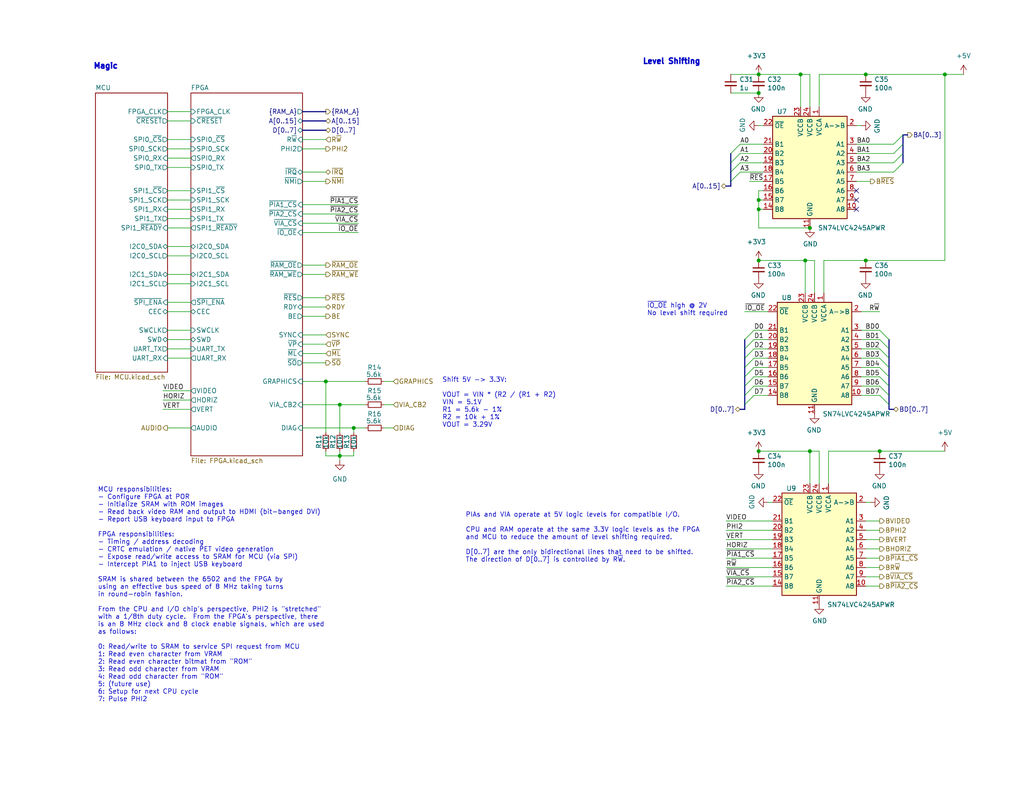
<source format=kicad_sch>
(kicad_sch (version 20211123) (generator eeschema)
  (paper "A")
  (title_block (title "EconoPET 40/8096") (date "2023-10-01") (rev "A"))
  (lib_symbols
    (symbol "Device:C_Small" (pin_numbers hide) (pin_names (offset 0.254) hide)
      (property "Reference" "C" (at 0.254 1.778 0))
      (property "Value" "C_Small" (at 0.254 -2.032 0))
      (symbol "C_Small_0_1"
        (polyline (pts (xy -1.524 -0.508) (xy 1.524 -0.508)) (stroke (width 0.3302)))
        (polyline (pts (xy -1.524 0.508) (xy 1.524 0.508)) (stroke (width 0.3048)))
      )
      (symbol "C_Small_1_1"
        (pin passive line (at 0 2.54 270) (length 2.032) (name "~") (number "1"))
        (pin passive line (at 0 -2.54 90) (length 2.032) (name "~") (number "2"))
      )
    )
    (symbol "Device:R_Small" (pin_numbers hide) (pin_names (offset 0.254) hide)
      (property "Reference" "R" (at 0.762 0.508 0))
      (property "Value" "R_Small" (at 0.762 -1.016 0))
      (symbol "R_Small_0_1"
        (rectangle (start -0.762 1.778) (end 0.762 -1.778) (stroke (width 0.2032)))
      )
      (symbol "R_Small_1_1"
        (pin passive line (at 0 2.54 270) (length 0.762) (name "~") (number "1"))
        (pin passive line (at 0 -2.54 90) (length 0.762) (name "~") (number "2"))
      )
    )
    (symbol "Mainboard-rescue:SN74LVC8T245-PET"
      (property "Reference" "U" (at -8.89 13.97 0))
      (property "Value" "SN74LVC8T245-PET" (at 12.7 13.97 0))
      (symbol "SN74LVC8T245-PET_0_1"
        (rectangle (start -10.16 12.7) (end 10.16 -15.24) (stroke (width 0.254)) (fill (type background)))
      )
      (symbol "SN74LVC8T245-PET_1_1"
        (pin power_in line (at -2.54 15.24 270) (length 2.54) (name "VCCA") (number "1"))
        (pin bidirectional line (at -12.7 -12.7 0) (length 2.54) (name "A8") (number "10"))
        (pin power_in line (at 0 -17.78 90) (length 2.54) (name "GND") (number "11"))
        (pin passive line (at 0 -17.78 90) (length 2.54) hide (name "GND") (number "12"))
        (pin passive line (at 0 -17.78 90) (length 2.54) hide (name "GND") (number "13"))
        (pin bidirectional line (at 12.7 -12.7 180) (length 2.54) (name "B8") (number "14"))
        (pin bidirectional line (at 12.7 -10.16 180) (length 2.54) (name "B7") (number "15"))
        (pin bidirectional line (at 12.7 -7.62 180) (length 2.54) (name "B6") (number "16"))
        (pin bidirectional line (at 12.7 -5.08 180) (length 2.54) (name "B5") (number "17"))
        (pin bidirectional line (at 12.7 -2.54 180) (length 2.54) (name "B4") (number "18"))
        (pin bidirectional line (at 12.7 0 180) (length 2.54) (name "B3") (number "19"))
        (pin input line (at -12.7 10.16 0) (length 2.54) (name "A->B") (number "2"))
        (pin bidirectional line (at 12.7 2.54 180) (length 2.54) (name "B2") (number "20"))
        (pin bidirectional line (at 12.7 5.08 180) (length 2.54) (name "B1") (number "21"))
        (pin input line (at 12.7 10.16 180) (length 2.54) (name "~{OE}") (number "22"))
        (pin power_in line (at 2.54 15.24 270) (length 2.54) (name "VCCB") (number "23"))
        (pin power_in line (at 0 15.24 270) (length 2.54) (name "VCCB") (number "24"))
        (pin bidirectional line (at -12.7 5.08 0) (length 2.54) (name "A1") (number "3"))
        (pin bidirectional line (at -12.7 2.54 0) (length 2.54) (name "A2") (number "4"))
        (pin bidirectional line (at -12.7 0 0) (length 2.54) (name "A3") (number "5"))
        (pin bidirectional line (at -12.7 -2.54 0) (length 2.54) (name "A4") (number "6"))
        (pin bidirectional line (at -12.7 -5.08 0) (length 2.54) (name "A5") (number "7"))
        (pin bidirectional line (at -12.7 -7.62 0) (length 2.54) (name "A6") (number "8"))
        (pin bidirectional line (at -12.7 -10.16 0) (length 2.54) (name "A7") (number "9"))
      )
    )
    (symbol "power:+3V3" (power) (pin_names (offset 0))
      (property "Value" "+3V3" (at 0 3.556 0))
      (symbol "+3V3_0_1"
        (polyline (pts (xy -0.762 1.27) (xy 0 2.54)))
        (polyline (pts (xy 0 0) (xy 0 2.54)))
        (polyline (pts (xy 0 2.54) (xy 0.762 1.27)))
      )
      (symbol "+3V3_1_1"
        (pin power_in line (at 0 0 90) (length 0) hide (name "+3V3") (number "1"))
      )
    )
    (symbol "power:+5V" (power) (pin_names (offset 0))
      (property "Value" "+5V" (at 0 3.556 0))
      (symbol "+5V_0_1"
        (polyline (pts (xy -0.762 1.27) (xy 0 2.54)))
        (polyline (pts (xy 0 0) (xy 0 2.54)))
        (polyline (pts (xy 0 2.54) (xy 0.762 1.27)))
      )
      (symbol "+5V_1_1"
        (pin power_in line (at 0 0 90) (length 0) hide (name "+5V") (number "1"))
      )
    )
    (symbol "power:GND" (power) (pin_names (offset 0))
      (property "Value" "GND" (at 0 -3.81 0))
      (symbol "GND_0_1"
        (polyline (pts (xy 0 0) (xy 0 -1.27) (xy 1.27 -1.27) (xy 0 -2.54) (xy -1.27 -1.27) (xy 0 -1.27)))
      )
      (symbol "GND_1_1"
        (pin power_in line (at 0 0 270) (length 0) hide (name "GND") (number "1"))
      )
    )
  )
  (junction (at 218.44 20.32))
  (junction (at 207.01 57.15))
  (junction (at 220.98 62.23))
  (junction (at 92.71 124.46))
  (junction (at 207.01 71.12))
  (junction (at 88.9 104.14))
  (junction (at 207.01 20.32))
  (junction (at 236.22 20.32))
  (junction (at 92.71 110.49))
  (junction (at 96.52 116.84))
  (junction (at 219.71 71.12))
  (junction (at 207.01 123.19))
  (junction (at 257.81 20.32))
  (junction (at 220.98 123.19))
  (junction (at 207.01 54.61))
  (junction (at 236.22 71.12))
  (junction (at 240.03 123.19))
  (junction (at 207.01 25.4))
  (no_connect (at 233.68 52.07))
  (no_connect (at 233.68 54.61))
  (no_connect (at 233.68 57.15))
  (bus_entry (at 240.03 90.17) (size 2.54 2.54))
  (bus_entry (at 205.74 102.87) (size -2.54 2.54))
  (bus_entry (at 243.84 39.37) (size 2.54 -2.54))
  (bus_entry (at 240.03 97.79) (size 2.54 2.54))
  (bus_entry (at 240.03 92.71) (size 2.54 2.54))
  (bus_entry (at 240.03 107.95) (size 2.54 2.54))
  (bus_entry (at 205.74 90.17) (size -2.54 2.54))
  (bus_entry (at 201.93 44.45) (size -2.54 2.54))
  (bus_entry (at 201.93 39.37) (size -2.54 2.54))
  (bus_entry (at 205.74 100.33) (size -2.54 2.54))
  (bus_entry (at 205.74 92.71) (size -2.54 2.54))
  (bus_entry (at 243.84 46.99) (size 2.54 -2.54))
  (bus_entry (at 240.03 105.41) (size 2.54 2.54))
  (bus_entry (at 205.74 107.95) (size -2.54 2.54))
  (bus_entry (at 205.74 95.25) (size -2.54 2.54))
  (bus_entry (at 243.84 44.45) (size 2.54 -2.54))
  (bus_entry (at 201.93 46.99) (size -2.54 2.54))
  (bus_entry (at 240.03 100.33) (size 2.54 2.54))
  (bus_entry (at 205.74 105.41) (size -2.54 2.54))
  (bus_entry (at 205.74 97.79) (size -2.54 2.54))
  (bus_entry (at 240.03 102.87) (size 2.54 2.54))
  (bus_entry (at 243.84 41.91) (size 2.54 -2.54))
  (bus_entry (at 201.93 41.91) (size -2.54 2.54))
  (bus_entry (at 240.03 95.25) (size 2.54 2.54))
  (wire (pts (xy 88.9 104.14) (xy 99.695 104.14)))
  (wire (pts (xy 198.12 157.48) (xy 210.82 157.48)))
  (bus (pts (xy 201.93 111.76) (xy 203.2 111.76)))
  (wire (pts (xy 240.03 90.17) (xy 234.95 90.17)))
  (wire (pts (xy 257.81 20.32) (xy 262.89 20.32)))
  (wire (pts (xy 45.72 95.25) (xy 52.07 95.25)))
  (wire (pts (xy 82.55 116.84) (xy 96.52 116.84)))
  (wire (pts (xy 203.2 85.09) (xy 209.55 85.09)))
  (wire (pts (xy 82.55 46.99) (xy 88.9 46.99)))
  (wire (pts (xy 209.55 137.16) (xy 210.82 137.16)))
  (wire (pts (xy 205.74 107.95) (xy 209.55 107.95)))
  (wire (pts (xy 205.74 102.87) (xy 209.55 102.87)))
  (wire (pts (xy 45.72 43.18) (xy 52.07 43.18)))
  (wire (pts (xy 226.06 123.19) (xy 226.06 132.08)))
  (wire (pts (xy 104.775 104.14) (xy 107.315 104.14)))
  (wire (pts (xy 223.52 20.32) (xy 236.22 20.32)))
  (wire (pts (xy 82.55 91.44) (xy 88.9 91.44)))
  (wire (pts (xy 222.25 71.12) (xy 219.71 71.12)))
  (wire (pts (xy 233.68 39.37) (xy 243.84 39.37)))
  (wire (pts (xy 223.52 20.32) (xy 223.52 29.21)))
  (bus (pts (xy 203.2 92.71) (xy 203.2 95.25)))
  (bus (pts (xy 242.57 102.87) (xy 242.57 105.41)))
  (wire (pts (xy 240.03 100.33) (xy 234.95 100.33)))
  (wire (pts (xy 233.68 34.29) (xy 234.95 34.29)))
  (wire (pts (xy 82.55 49.53) (xy 88.9 49.53)))
  (wire (pts (xy 205.74 95.25) (xy 209.55 95.25)))
  (wire (pts (xy 104.775 110.49) (xy 107.315 110.49)))
  (wire (pts (xy 92.71 124.46) (xy 92.71 125.73)))
  (bus (pts (xy 203.2 105.41) (xy 203.2 107.95)))
  (wire (pts (xy 220.98 123.19) (xy 220.98 132.08)))
  (bus (pts (xy 199.39 44.45) (xy 199.39 41.91)))
  (wire (pts (xy 82.55 60.96) (xy 97.79 60.96)))
  (wire (pts (xy 218.44 20.32) (xy 218.44 29.21)))
  (wire (pts (xy 240.03 105.41) (xy 234.95 105.41)))
  (wire (pts (xy 82.55 99.06) (xy 88.9 99.06)))
  (wire (pts (xy 82.55 63.5) (xy 97.79 63.5)))
  (wire (pts (xy 198.12 154.94) (xy 210.82 154.94)))
  (wire (pts (xy 219.71 71.12) (xy 219.71 80.01)))
  (wire (pts (xy 207.01 54.61) (xy 208.28 54.61)))
  (wire (pts (xy 208.28 49.53) (xy 204.47 49.53)))
  (bus (pts (xy 199.39 49.53) (xy 199.39 50.8)))
  (wire (pts (xy 96.52 123.19) (xy 96.52 124.46)))
  (wire (pts (xy 207.01 54.61) (xy 207.01 57.15)))
  (wire (pts (xy 45.72 85.09) (xy 52.07 85.09)))
  (wire (pts (xy 45.72 67.31) (xy 52.07 67.31)))
  (wire (pts (xy 223.52 123.19) (xy 220.98 123.19)))
  (wire (pts (xy 82.55 72.39) (xy 88.9 72.39)))
  (wire (pts (xy 208.28 52.07) (xy 207.01 52.07)))
  (wire (pts (xy 208.28 39.37) (xy 201.93 39.37)))
  (bus (pts (xy 242.57 92.71) (xy 242.57 95.25)))
  (bus (pts (xy 246.38 41.91) (xy 246.38 44.45)))
  (wire (pts (xy 257.81 71.12) (xy 257.81 20.32)))
  (wire (pts (xy 205.74 100.33) (xy 209.55 100.33)))
  (wire (pts (xy 233.68 44.45) (xy 243.84 44.45)))
  (wire (pts (xy 82.55 55.88) (xy 97.79 55.88)))
  (wire (pts (xy 45.72 77.47) (xy 52.07 77.47)))
  (wire (pts (xy 201.93 46.99) (xy 208.28 46.99)))
  (wire (pts (xy 82.55 86.36) (xy 88.9 86.36)))
  (bus (pts (xy 203.2 95.25) (xy 203.2 97.79)))
  (wire (pts (xy 88.9 104.14) (xy 88.9 118.11)))
  (bus (pts (xy 242.57 105.41) (xy 242.57 107.95)))
  (wire (pts (xy 45.72 30.48) (xy 52.07 30.48)))
  (wire (pts (xy 207.01 71.12) (xy 219.71 71.12)))
  (wire (pts (xy 236.22 152.4) (xy 240.03 152.4)))
  (bus (pts (xy 203.2 102.87) (xy 203.2 105.41)))
  (wire (pts (xy 207.01 34.29) (xy 208.28 34.29)))
  (wire (pts (xy 207.01 123.19) (xy 220.98 123.19)))
  (wire (pts (xy 88.9 124.46) (xy 92.71 124.46)))
  (wire (pts (xy 104.775 116.84) (xy 107.315 116.84)))
  (wire (pts (xy 208.28 44.45) (xy 201.93 44.45)))
  (bus (pts (xy 242.57 97.79) (xy 242.57 100.33)))
  (wire (pts (xy 199.39 25.4) (xy 207.01 25.4)))
  (wire (pts (xy 208.28 41.91) (xy 201.93 41.91)))
  (bus (pts (xy 82.55 35.56) (xy 88.9 35.56)))
  (bus (pts (xy 243.84 111.76) (xy 242.57 111.76)))
  (bus (pts (xy 246.38 39.37) (xy 246.38 41.91)))
  (wire (pts (xy 92.71 123.19) (xy 92.71 124.46)))
  (wire (pts (xy 198.12 142.24) (xy 210.82 142.24)))
  (wire (pts (xy 205.74 105.41) (xy 209.55 105.41)))
  (bus (pts (xy 246.38 36.83) (xy 246.38 39.37)))
  (wire (pts (xy 199.39 20.32) (xy 207.01 20.32)))
  (wire (pts (xy 240.03 107.95) (xy 234.95 107.95)))
  (wire (pts (xy 198.12 160.02) (xy 210.82 160.02)))
  (wire (pts (xy 220.98 62.23) (xy 207.01 62.23)))
  (wire (pts (xy 240.03 97.79) (xy 234.95 97.79)))
  (wire (pts (xy 92.71 124.46) (xy 96.52 124.46)))
  (bus (pts (xy 199.39 46.99) (xy 199.39 44.45)))
  (wire (pts (xy 220.98 20.32) (xy 220.98 29.21)))
  (wire (pts (xy 236.22 157.48) (xy 240.03 157.48)))
  (wire (pts (xy 210.82 144.78) (xy 198.12 144.78)))
  (wire (pts (xy 45.72 33.02) (xy 52.07 33.02)))
  (wire (pts (xy 240.03 123.19) (xy 257.81 123.19)))
  (wire (pts (xy 45.72 57.15) (xy 52.07 57.15)))
  (wire (pts (xy 207.01 57.15) (xy 208.28 57.15)))
  (wire (pts (xy 240.03 102.87) (xy 234.95 102.87)))
  (wire (pts (xy 45.72 38.1) (xy 52.07 38.1)))
  (wire (pts (xy 207.01 20.32) (xy 218.44 20.32)))
  (wire (pts (xy 205.74 97.79) (xy 209.55 97.79)))
  (wire (pts (xy 45.72 97.79) (xy 52.07 97.79)))
  (wire (pts (xy 198.12 152.4) (xy 210.82 152.4)))
  (wire (pts (xy 82.55 96.52) (xy 88.9 96.52)))
  (wire (pts (xy 240.03 92.71) (xy 234.95 92.71)))
  (wire (pts (xy 236.22 20.32) (xy 257.81 20.32)))
  (wire (pts (xy 233.68 46.99) (xy 243.84 46.99)))
  (wire (pts (xy 222.25 80.01) (xy 222.25 71.12)))
  (wire (pts (xy 224.79 71.12) (xy 236.22 71.12)))
  (wire (pts (xy 52.07 111.76) (xy 44.45 111.76)))
  (wire (pts (xy 96.52 116.84) (xy 96.52 118.11)))
  (bus (pts (xy 242.57 95.25) (xy 242.57 97.79)))
  (wire (pts (xy 233.68 41.91) (xy 243.84 41.91)))
  (wire (pts (xy 224.79 71.12) (xy 224.79 80.01)))
  (wire (pts (xy 205.74 90.17) (xy 209.55 90.17)))
  (wire (pts (xy 240.03 95.25) (xy 234.95 95.25)))
  (wire (pts (xy 82.55 110.49) (xy 92.71 110.49)))
  (wire (pts (xy 45.72 59.69) (xy 52.07 59.69)))
  (wire (pts (xy 237.49 137.16) (xy 236.22 137.16)))
  (bus (pts (xy 203.2 110.49) (xy 203.2 111.76)))
  (wire (pts (xy 45.72 54.61) (xy 52.07 54.61)))
  (wire (pts (xy 45.72 69.85) (xy 52.07 69.85)))
  (wire (pts (xy 82.55 58.42) (xy 97.79 58.42)))
  (wire (pts (xy 96.52 116.84) (xy 99.695 116.84)))
  (wire (pts (xy 218.44 20.32) (xy 220.98 20.32)))
  (wire (pts (xy 45.72 116.84) (xy 52.07 116.84)))
  (wire (pts (xy 236.22 71.12) (xy 257.81 71.12)))
  (wire (pts (xy 236.22 154.94) (xy 240.03 154.94)))
  (bus (pts (xy 242.57 110.49) (xy 242.57 111.76)))
  (wire (pts (xy 82.55 83.82) (xy 88.9 83.82)))
  (wire (pts (xy 240.03 149.86) (xy 236.22 149.86)))
  (wire (pts (xy 52.07 109.22) (xy 44.45 109.22)))
  (bus (pts (xy 199.39 49.53) (xy 199.39 46.99)))
  (wire (pts (xy 236.22 142.24) (xy 240.03 142.24)))
  (wire (pts (xy 82.55 74.93) (xy 88.9 74.93)))
  (wire (pts (xy 45.72 74.93) (xy 52.07 74.93)))
  (wire (pts (xy 88.9 123.19) (xy 88.9 124.46)))
  (wire (pts (xy 210.82 147.32) (xy 198.12 147.32)))
  (wire (pts (xy 45.72 52.07) (xy 52.07 52.07)))
  (wire (pts (xy 226.06 123.19) (xy 240.03 123.19)))
  (wire (pts (xy 92.71 110.49) (xy 92.71 118.11)))
  (bus (pts (xy 203.2 100.33) (xy 203.2 102.87)))
  (wire (pts (xy 45.72 40.64) (xy 52.07 40.64)))
  (wire (pts (xy 207.01 52.07) (xy 207.01 54.61)))
  (bus (pts (xy 242.57 107.95) (xy 242.57 110.49)))
  (wire (pts (xy 82.55 104.14) (xy 88.9 104.14)))
  (wire (pts (xy 52.07 106.68) (xy 44.45 106.68)))
  (wire (pts (xy 236.22 160.02) (xy 240.03 160.02)))
  (wire (pts (xy 45.72 62.23) (xy 52.07 62.23)))
  (bus (pts (xy 203.2 107.95) (xy 203.2 110.49)))
  (bus (pts (xy 247.65 36.83) (xy 246.38 36.83)))
  (wire (pts (xy 82.55 38.1) (xy 88.9 38.1)))
  (bus (pts (xy 198.12 50.8) (xy 199.39 50.8)))
  (bus (pts (xy 82.55 33.02) (xy 88.9 33.02)))
  (wire (pts (xy 82.55 93.98) (xy 88.9 93.98)))
  (wire (pts (xy 45.72 82.55) (xy 52.07 82.55)))
  (wire (pts (xy 205.74 92.71) (xy 209.55 92.71)))
  (wire (pts (xy 92.71 110.49) (xy 99.695 110.49)))
  (wire (pts (xy 207.01 62.23) (xy 207.01 57.15)))
  (wire (pts (xy 82.55 81.28) (xy 88.9 81.28)))
  (wire (pts (xy 45.72 90.17) (xy 52.07 90.17)))
  (bus (pts (xy 82.55 30.48) (xy 88.9 30.48)))
  (wire (pts (xy 236.22 144.78) (xy 240.03 144.78)))
  (bus (pts (xy 242.57 100.33) (xy 242.57 102.87)))
  (wire (pts (xy 82.55 40.64) (xy 88.9 40.64)))
  (wire (pts (xy 236.22 147.32) (xy 240.03 147.32)))
  (wire (pts (xy 210.82 149.86) (xy 198.12 149.86)))
  (wire (pts (xy 234.95 85.09) (xy 240.03 85.09)))
  (bus (pts (xy 203.2 97.79) (xy 203.2 100.33)))
  (wire (pts (xy 223.52 132.08) (xy 223.52 123.19)))
  (wire (pts (xy 45.72 45.72) (xy 52.07 45.72)))
  (wire (pts (xy 45.72 92.71) (xy 52.07 92.71)))
  (wire (pts (xy 233.68 49.53) (xy 237.49 49.53)))
  (text "PIAs and VIA operate at 5V logic levels for compatible I/O.\n\nCPU and RAM operate at the same 3.3V logic levels as the FPGA\nand MCU to reduce the amount of level shifting required.\n\nD[0..7] are the only bidirectional lines that need to be shifted.\nThe direction of D[0..7] is controlled by R~{W}." (at 127 153.67 0) (effects (font (size 1.27 1.27)) (justify left bottom)))
  (text "Level Shifting" (at 175.26 17.78 0) (effects (font (size 1.5 1.5) (thickness 0.8) bold) (justify left bottom)))
  (text "Magic" (at 25.4 19.05 0) (effects (font (size 1.5 1.5) (thickness 0.8) bold) (justify left bottom)))
  (text "MCU responsibilities:\n- Configure FPGA at POR\n- Initialize SRAM with ROM images\n- Read back video RAM and output to HDMI (bit-banged DVI)\n- Report USB keyboard input to FPGA\n\nFPGA responsibilities:\n- Timing / address decoding\n- CRTC emulation / native PET video generation\n- Expose read/write access to SRAM for MCU (via SPI)\n- Intercept PIA1 to inject USB keyboard\n\nSRAM is shared between the 6502 and the FPGA by\nusing an effective bus speed of 8 MHz taking turns\nin round-robin fashion.\n\nFrom the CPU and I/O chip's perspective, PHI2 is \"stretched\"\nwith a 1/8th duty cycle.  From the FPGA's perspective, there\nis an 8 MHz clock and 8 clock enable signals, which are used\nas follows:\n\n0: Read/write to SRAM to service SPI request from MCU\n1: Read even character from VRAM\n2: Read even character bitmat from \"ROM\"\n3: Read odd character from VRAM\n4: Read odd character from \"ROM\"\n5: (future use)\n6: Setup for next CPU cycle\n7: Pulse PHI2" (at 26.67 191.77 0) (effects (font (size 1.27 1.27)) (justify left bottom)))
  (text "~{IO_OE} high @ 2V\nNo level shift required" (at 176.53 86.36 0) (effects (font (size 1.27 1.27)) (justify left bottom)))
  (text "Shift 5V -> 3.3V:\n\nVOUT = VIN * (R2 / (R1 + R2)\nVIN = 5.1V\nR1 = 5.6k - 1%\nR2 = 10k + 1%\nVOUT = 3.29V" (at 120.65 116.84 0) (effects (font (size 1.27 1.27)) (justify left bottom)))
  (label "~{IO_OE}" (at 203.2 85.09 0))
  (label "~{IO_OE}" (at 97.79 63.5 180))
  (label "BA3" (at 237.49 46.99 180))
  (label "D7" (at 205.74 107.95 0))
  (label "D0" (at 205.74 90.17 0))
  (label "A1" (at 201.93 41.91 0))
  (label "BA1" (at 237.49 41.91 180))
  (label "BD5" (at 240.03 102.87 180))
  (label "BD7" (at 240.03 107.95 180))
  (label "A0" (at 201.93 39.37 0))
  (label "~{RES}" (at 204.47 49.53 0))
  (label "~{PIA1_CS}" (at 97.79 55.88 180))
  (label "A2" (at 201.93 44.45 0))
  (label "PHI2" (at 198.12 144.78 0))
  (label "BD6" (at 240.03 105.41 180))
  (label "D1" (at 205.74 92.71 0))
  (label "~{VIA_CS}" (at 97.79 60.96 180))
  (label "HORIZ" (at 44.45 109.22 0))
  (label "A3" (at 201.93 46.99 0))
  (label "D2" (at 205.74 95.25 0))
  (label "R~{W}" (at 240.03 85.09 180))
  (label "D4" (at 205.74 100.33 0))
  (label "~{PIA1_CS}" (at 198.12 152.4 0))
  (label "D3" (at 205.74 97.79 0))
  (label "R~{W}" (at 198.12 154.94 0))
  (label "BD3" (at 240.03 97.79 180))
  (label "~{PIA2_CS}" (at 97.79 58.42 180))
  (label "D5" (at 205.74 102.87 0))
  (label "~{VIA_CS}" (at 198.12 157.48 0))
  (label "BD0" (at 240.03 90.17 180))
  (label "VERT" (at 44.45 111.76 0))
  (label "D6" (at 205.74 105.41 0))
  (label "HORIZ" (at 198.12 149.86 0))
  (label "BA2" (at 237.49 44.45 180))
  (label "VIDEO" (at 44.45 106.68 0))
  (label "VIDEO" (at 198.12 142.24 0))
  (label "BD4" (at 240.03 100.33 180))
  (label "BD1" (at 240.03 92.71 180))
  (label "~{PIA2_CS}" (at 198.12 160.02 0))
  (label "VERT" (at 198.12 147.32 0))
  (label "BD2" (at 240.03 95.25 180))
  (label "BA0" (at 237.49 39.37 180))
  (hierarchical_label "~{NMI}" (shape output) (at 88.9 49.53 0))
  (hierarchical_label "~{SO}" (shape output) (at 88.9 99.06 0))
  (hierarchical_label "{RAM_A}" (shape output) (at 88.9 30.48 0))
  (hierarchical_label "PHI2" (shape output) (at 88.9 40.64 0))
  (hierarchical_label "R~{W}" (shape input) (at 88.9 38.1 0))
  (hierarchical_label "B~{PIA1_CS}" (shape output) (at 240.03 152.4 0))
  (hierarchical_label "SYNC" (shape input) (at 88.9 91.44 0))
  (hierarchical_label "DIAG" (shape input) (at 107.315 116.84 0))
  (hierarchical_label "RDY" (shape bidirectional) (at 88.9 83.82 0))
  (hierarchical_label "D[0..7]" (shape bidirectional) (at 88.9 35.56 0))
  (hierarchical_label "B~{RES}" (shape output) (at 237.49 49.53 0))
  (hierarchical_label "D[0..7]" (shape bidirectional) (at 201.93 111.76 180))
  (hierarchical_label "~{ML}" (shape input) (at 88.9 96.52 0))
  (hierarchical_label "B~{PIA2_CS}" (shape output) (at 240.03 160.02 0))
  (hierarchical_label "A[0..15]" (shape bidirectional) (at 198.12 50.8 180))
  (hierarchical_label "BVIDEO" (shape output) (at 240.03 142.24 0))
  (hierarchical_label "~{RES}" (shape output) (at 88.9 81.28 0))
  (hierarchical_label "AUDIO" (shape output) (at 45.72 116.84 180))
  (hierarchical_label "BD[0..7]" (shape bidirectional) (at 243.84 111.76 0))
  (hierarchical_label "VIA_CB2" (shape input) (at 107.315 110.49 0))
  (hierarchical_label "B~{VIA_CS}" (shape output) (at 240.03 157.48 0))
  (hierarchical_label "BHORIZ" (shape output) (at 240.03 149.86 0))
  (hierarchical_label "~{IRQ}" (shape bidirectional) (at 88.9 46.99 0))
  (hierarchical_label "BE" (shape output) (at 88.9 86.36 0))
  (hierarchical_label "BA[0..3]" (shape output) (at 247.65 36.83 0))
  (hierarchical_label "BR~{W}" (shape output) (at 240.03 154.94 0))
  (hierarchical_label "BVERT" (shape output) (at 240.03 147.32 0))
  (hierarchical_label "~{RAM_WE}" (shape output) (at 88.9 74.93 0))
  (hierarchical_label "~{RAM_OE}" (shape output) (at 88.9 72.39 0))
  (hierarchical_label "~{VP}" (shape input) (at 88.9 93.98 0))
  (hierarchical_label "BPHI2" (shape output) (at 240.03 144.78 0))
  (hierarchical_label "A[0..15]" (shape bidirectional) (at 88.9 33.02 0))
  (hierarchical_label "GRAPHICS" (shape input) (at 107.315 104.14 0))
  (symbol (lib_id "Mainboard-rescue:SN74LVC8T245-PET") (at 220.98 44.45 0) (mirror y) (unit 1)
    (property "Reference" "U7" (at 213.36 30.48 0))
    (property "Value" "SN74LVC4245APWR" (at 232.41 62.23 0))
    (property "Footprint" "Package_SO:TSSOP-24_4.4x7.8mm_P0.65mm" (effects hide))
    (property "Datasheet" "https://datasheet.lcsc.com/lcsc/1809192324_Texas-Instruments-SN74LVC4245APWR_C7859.pdf" (effects hide))
    (property "LCSC" "C7859" (effects hide))
  )
  (symbol (lib_id "Mainboard-rescue:SN74LVC8T245-PET") (at 223.52 147.32 0) (mirror y) (unit 1)
    (property "Reference" "U9" (at 215.9 133.35 0))
    (property "Value" "SN74LVC4245APWR" (at 234.95 165.1 0))
    (property "Footprint" "Package_SO:TSSOP-24_4.4x7.8mm_P0.65mm" (effects hide))
    (property "Datasheet" "https://datasheet.lcsc.com/lcsc/1809192324_Texas-Instruments-SN74LVC4245APWR_C7859.pdf" (effects hide))
    (property "LCSC" "C7859" (effects hide))
  )
  (symbol (lib_id "Mainboard-rescue:SN74LVC8T245-PET") (at 222.25 95.25 0) (mirror y) (unit 1)
    (property "Reference" "U8" (at 214.63 81.28 0))
    (property "Value" "SN74LVC4245APWR" (at 233.68 113.03 0))
    (property "Footprint" "Package_SO:TSSOP-24_4.4x7.8mm_P0.65mm" (effects hide))
    (property "Datasheet" "https://datasheet.lcsc.com/lcsc/1809192324_Texas-Instruments-SN74LVC4245APWR_C7859.pdf" (effects hide))
    (property "LCSC" "C7859" (effects hide))
  )
  (symbol (lib_id "power:+3V3") (at 207.01 71.12 0) (mirror y) (unit 1)
    (property "Reference" "#PWR037" (effects hide))
    (property "Value" "+3V3" (at 206.375 66.04 0))
  )
  (symbol (lib_id "power:GND") (at 220.98 62.23 0) (unit 1)
    (property "Reference" "#PWR042" (effects hide))
    (property "Value" "GND" (at 221.107 66.6242 0))
  )
  (symbol (lib_id "power:GND") (at 222.25 113.03 0) (mirror y) (unit 1)
    (property "Reference" "#PWR043" (effects hide))
    (property "Value" "GND" (at 222.123 117.4242 0))
  )
  (symbol (lib_id "power:GND") (at 223.52 165.1 0) (unit 1)
    (property "Reference" "#PWR044" (effects hide))
    (property "Value" "GND" (at 223.647 169.4942 0))
  )
  (symbol (lib_id "power:+3V3") (at 207.01 20.32 0) (mirror y) (unit 1)
    (property "Reference" "#PWR034" (effects hide))
    (property "Value" "+3V3" (at 206.375 15.24 0))
  )
  (symbol (lib_id "power:GND") (at 207.01 34.29 270) (mirror x) (unit 1)
    (property "Reference" "#PWR036" (effects hide))
    (property "Value" "GND" (at 202.6158 34.163 0))
  )
  (symbol (lib_id "Device:C_Small") (at 207.01 22.86 0) (unit 1)
    (property "Reference" "C32" (at 209.3468 21.6916 0) (effects (justify left)))
    (property "Value" "100n" (at 209.3468 24.003 0) (effects (justify left)))
    (property "Footprint" "Capacitor_SMD:C_0402_1005Metric" (effects hide))
    (property "Datasheet" "https://datasheet.lcsc.com/lcsc/2304140030_Samsung-Electro-Mechanics-CL05B104KB54PNC_C307331.pdf" (effects hide))
    (property "LCSC" "C307331" (effects hide))
  )
  (symbol (lib_id "Device:C_Small") (at 207.01 125.73 0) (unit 1)
    (property "Reference" "C34" (at 209.3468 124.5616 0) (effects (justify left)))
    (property "Value" "100n" (at 209.3468 126.873 0) (effects (justify left)))
    (property "Footprint" "Capacitor_SMD:C_0402_1005Metric" (effects hide))
    (property "Datasheet" "https://datasheet.lcsc.com/lcsc/2304140030_Samsung-Electro-Mechanics-CL05B104KB54PNC_C307331.pdf" (effects hide))
    (property "LCSC" "C307331" (effects hide))
  )
  (symbol (lib_id "power:GND") (at 209.55 137.16 270) (mirror x) (unit 1)
    (property "Reference" "#PWR041" (effects hide))
    (property "Value" "GND" (at 205.1558 137.033 0))
  )
  (symbol (lib_id "power:GND") (at 237.49 137.16 90) (mirror x) (unit 1)
    (property "Reference" "#PWR048" (effects hide))
    (property "Value" "GND" (at 241.8842 137.287 0))
  )
  (symbol (lib_id "power:GND") (at 234.95 34.29 90) (mirror x) (unit 1)
    (property "Reference" "#PWR045" (effects hide))
    (property "Value" "GND" (at 239.3442 34.417 0))
  )
  (symbol (lib_id "Device:C_Small") (at 236.22 22.86 0) (unit 1)
    (property "Reference" "C35" (at 238.5568 21.6916 0) (effects (justify left)))
    (property "Value" "100n" (at 238.5568 24.003 0) (effects (justify left)))
    (property "Footprint" "Capacitor_SMD:C_0402_1005Metric" (effects hide))
    (property "Datasheet" "https://datasheet.lcsc.com/lcsc/2304140030_Samsung-Electro-Mechanics-CL05B104KB54PNC_C307331.pdf" (effects hide))
    (property "LCSC" "C307331" (effects hide))
  )
  (symbol (lib_id "Device:C_Small") (at 240.03 125.73 0) (unit 1)
    (property "Reference" "C37" (at 242.3668 124.5616 0) (effects (justify left)))
    (property "Value" "100n" (at 242.3668 126.873 0) (effects (justify left)))
    (property "Footprint" "Capacitor_SMD:C_0402_1005Metric" (effects hide))
    (property "Datasheet" "https://datasheet.lcsc.com/lcsc/2304140030_Samsung-Electro-Mechanics-CL05B104KB54PNC_C307331.pdf" (effects hide))
    (property "LCSC" "C307331" (effects hide))
  )
  (symbol (lib_id "Device:C_Small") (at 236.22 73.66 0) (unit 1)
    (property "Reference" "C36" (at 238.5568 72.4916 0) (effects (justify left)))
    (property "Value" "100n" (at 238.5568 74.803 0) (effects (justify left)))
    (property "Footprint" "Capacitor_SMD:C_0402_1005Metric" (effects hide))
    (property "Datasheet" "https://datasheet.lcsc.com/lcsc/2304140030_Samsung-Electro-Mechanics-CL05B104KB54PNC_C307331.pdf" (effects hide))
    (property "LCSC" "C307331" (effects hide))
  )
  (symbol (lib_id "Device:C_Small") (at 207.01 73.66 0) (unit 1)
    (property "Reference" "C33" (at 209.3468 72.4916 0) (effects (justify left)))
    (property "Value" "100n" (at 209.3468 74.803 0) (effects (justify left)))
    (property "Footprint" "Capacitor_SMD:C_0402_1005Metric" (effects hide))
    (property "Datasheet" "https://datasheet.lcsc.com/lcsc/2304140030_Samsung-Electro-Mechanics-CL05B104KB54PNC_C307331.pdf" (effects hide))
    (property "LCSC" "C307331" (effects hide))
  )
  (symbol (lib_id "Device:C_Small") (at 199.39 22.86 0) (unit 1)
    (property "Reference" "C31" (at 201.7268 21.6916 0) (effects (justify left)))
    (property "Value" "1u" (at 201.7268 24.003 0) (effects (justify left)))
    (property "Footprint" "Capacitor_SMD:C_0402_1005Metric" (effects hide))
    (property "Datasheet" "https://datasheet.lcsc.com/lcsc/2304140030_Samsung-Electro-Mechanics-CL05A105KA5NQNC_C52923.pdf" (effects hide))
    (property "LCSC" "C52923" (effects hide))
  )
  (symbol (lib_id "power:GND") (at 207.01 25.4 0) (mirror y) (unit 1)
    (property "Reference" "#PWR035" (effects hide))
    (property "Value" "GND" (at 206.883 29.7942 0))
  )
  (symbol (lib_id "Device:R_Small") (at 102.235 116.84 90) (unit 1)
    (property "Reference" "R16" (at 104.14 113.03 90) (effects (justify left)))
    (property "Value" "5.6k" (at 104.14 114.935 90) (effects (justify left)))
    (property "Footprint" "Resistor_SMD:R_0402_1005Metric" (effects hide))
    (property "Datasheet" "https://datasheet.lcsc.com/lcsc/2206010045_UNI-ROYAL-Uniroyal-Elec-0402WGF5601TCE_C25908.pdf" (effects hide))
    (property "LCSC" "C25908" (effects hide))
  )
  (symbol (lib_id "power:+5V") (at 257.81 123.19 0) (unit 1)
    (property "Reference" "#PWR050" (effects hide))
    (property "Value" "+5V" (at 257.81 118.11 0))
  )
  (symbol (lib_id "Device:R_Small") (at 102.235 110.49 90) (unit 1)
    (property "Reference" "R15" (at 104.14 106.68 90) (effects (justify left)))
    (property "Value" "5.6k" (at 104.14 108.585 90) (effects (justify left)))
    (property "Footprint" "Resistor_SMD:R_0402_1005Metric" (effects hide))
    (property "Datasheet" "https://datasheet.lcsc.com/lcsc/2206010045_UNI-ROYAL-Uniroyal-Elec-0402WGF5601TCE_C25908.pdf" (effects hide))
    (property "LCSC" "C25908" (effects hide))
  )
  (symbol (lib_id "Device:R_Small") (at 102.235 104.14 90) (unit 1)
    (property "Reference" "R14" (at 104.14 100.33 90) (effects (justify left)))
    (property "Value" "5.6k" (at 104.14 102.235 90) (effects (justify left)))
    (property "Footprint" "Resistor_SMD:R_0402_1005Metric" (effects hide))
    (property "Datasheet" "https://datasheet.lcsc.com/lcsc/2206010045_UNI-ROYAL-Uniroyal-Elec-0402WGF5601TCE_C25908.pdf" (effects hide))
    (property "LCSC" "C25908" (effects hide))
  )
  (symbol (lib_id "power:GND") (at 92.71 125.73 0) (unit 1)
    (property "Reference" "#PWR033" (effects hide))
    (property "Value" "GND" (at 92.71 130.81 0))
  )
  (symbol (lib_id "power:GND") (at 236.22 76.2 0) (mirror y) (unit 1)
    (property "Reference" "#PWR047" (effects hide))
    (property "Value" "GND" (at 236.093 80.5942 0))
  )
  (symbol (lib_id "Device:R_Small") (at 96.52 120.65 0) (unit 1)
    (property "Reference" "R13" (at 94.615 122.555 90) (effects (justify left)))
    (property "Value" "10k" (at 96.52 122.555 90) (effects (justify left)))
    (property "Footprint" "Resistor_SMD:R_0402_1005Metric" (effects hide))
    (property "Datasheet" "https://datasheet.lcsc.com/lcsc/2206010100_UNI-ROYAL-Uniroyal-Elec-0402WGF1002TCE_C25744.pdf" (effects hide))
    (property "LCSC" "C25744" (effects hide))
  )
  (symbol (lib_id "power:+5V") (at 262.89 20.32 0) (unit 1)
    (property "Reference" "#PWR051" (effects hide))
    (property "Value" "+5V" (at 262.89 15.24 0))
  )
  (symbol (lib_id "power:GND") (at 236.22 25.4 0) (mirror y) (unit 1)
    (property "Reference" "#PWR046" (effects hide))
    (property "Value" "GND" (at 236.093 29.7942 0))
  )
  (symbol (lib_id "power:+3V3") (at 207.01 123.19 0) (mirror y) (unit 1)
    (property "Reference" "#PWR039" (effects hide))
    (property "Value" "+3V3" (at 206.375 118.11 0))
  )
  (symbol (lib_id "power:GND") (at 207.01 128.27 0) (mirror y) (unit 1)
    (property "Reference" "#PWR040" (effects hide))
    (property "Value" "GND" (at 206.883 132.6642 0))
  )
  (symbol (lib_id "Device:R_Small") (at 88.9 120.65 0) (unit 1)
    (property "Reference" "R11" (at 86.995 122.555 90) (effects (justify left)))
    (property "Value" "10k" (at 88.9 122.555 90) (effects (justify left)))
    (property "Footprint" "Resistor_SMD:R_0402_1005Metric" (effects hide))
    (property "Datasheet" "https://datasheet.lcsc.com/lcsc/2206010100_UNI-ROYAL-Uniroyal-Elec-0402WGF1002TCE_C25744.pdf" (effects hide))
    (property "LCSC" "C25744" (effects hide))
  )
  (symbol (lib_id "power:GND") (at 207.01 76.2 0) (mirror y) (unit 1)
    (property "Reference" "#PWR038" (effects hide))
    (property "Value" "GND" (at 206.883 80.5942 0))
  )
  (symbol (lib_id "Device:R_Small") (at 92.71 120.65 0) (unit 1)
    (property "Reference" "R12" (at 90.805 122.555 90) (effects (justify left)))
    (property "Value" "10k" (at 92.71 122.555 90) (effects (justify left)))
    (property "Footprint" "Resistor_SMD:R_0402_1005Metric" (effects hide))
    (property "Datasheet" "https://datasheet.lcsc.com/lcsc/2206010100_UNI-ROYAL-Uniroyal-Elec-0402WGF1002TCE_C25744.pdf" (effects hide))
    (property "LCSC" "C25744" (effects hide))
  )
  (symbol (lib_id "power:GND") (at 240.03 128.27 0) (mirror y) (unit 1)
    (property "Reference" "#PWR049" (effects hide))
    (property "Value" "GND" (at 239.903 132.6642 0))
  )
  (sheet (at 52.07 25.4) (size 30.48 99.06)
    (property "Sheet name" "FPGA" (at 52.07 24.6884 0) (effects (justify left bottom)))
    (property "Sheet file" "FPGA.kicad_sch" (at 52.07 125.0446 0) (effects (justify left top)))
    (pin "R~{W}" input (at 82.55 38.1 0))
    (pin "PHI2" output (at 82.55 40.64 0))
    (pin "BE" output (at 82.55 86.36 0))
    (pin "RDY" bidirectional (at 82.55 83.82 0))
    (pin "~{RAM_WE}" output (at 82.55 74.93 0))
    (pin "~{RAM_OE}" output (at 82.55 72.39 0))
    (pin "SYNC" input (at 82.55 91.44 0))
    (pin "~{NMI}" output (at 82.55 49.53 0))
    (pin "~{RES}" output (at 82.55 81.28 0))
    (pin "~{IRQ}" bidirectional (at 82.55 46.99 0))
    (pin "~{PIA1_CS}" input (at 82.55 55.88 0))
    (pin "~{PIA2_CS}" input (at 82.55 58.42 0))
    (pin "~{VIA_CS}" input (at 82.55 60.96 0))
    (pin "~{IO_OE}" input (at 82.55 63.5 0))
    (pin "VERT" output (at 52.07 111.76 180))
    (pin "HORIZ" output (at 52.07 109.22 180))
    (pin "VIDEO" output (at 52.07 106.68 180))
    (pin "GRAPHICS" input (at 82.55 104.14 0))
    (pin "VIA_CB2" input (at 82.55 110.49 0))
    (pin "DIAG" input (at 82.55 116.84 0))
    (pin "~{VP}" input (at 82.55 93.98 0))
    (pin "~{ML}" input (at 82.55 96.52 0))
    (pin "~{SO}" output (at 82.55 99.06 0))
    (pin "D[0..7]" bidirectional (at 82.55 35.56 0))
    (pin "SPI0_RX" output (at 52.07 43.18 180))
    (pin "SPI0_TX" input (at 52.07 45.72 180))
    (pin "SPI0_~{CS}" input (at 52.07 38.1 180))
    (pin "SPI1_RX" output (at 52.07 57.15 180))
    (pin "SPI1_~{CS}" input (at 52.07 52.07 180))
    (pin "SPI1_TX" input (at 52.07 59.69 180))
    (pin "SPI0_SCK" input (at 52.07 40.64 180))
    (pin "SPI1_~{READY}" output (at 52.07 62.23 180))
    (pin "SPI1_SCK" input (at 52.07 54.61 180))
    (pin "~{CRESET}" input (at 52.07 33.02 180))
    (pin "I2C1_SDA" bidirectional (at 52.07 74.93 180))
    (pin "I2C1_SCL" input (at 52.07 77.47 180))
    (pin "~{SPI_ENA}" output (at 52.07 82.55 180))
    (pin "CEC" bidirectional (at 52.07 85.09 180))
    (pin "A[0..15]" bidirectional (at 82.55 33.02 0))
    (pin "{RAM_A}" output (at 82.55 30.48 0))
    (pin "FPGA_CLK" input (at 52.07 30.48 180))
    (pin "SWD" bidirectional (at 52.07 92.71 180))
    (pin "SWCLK" input (at 52.07 90.17 180))
    (pin "UART_TX" input (at 52.07 95.25 180))
    (pin "UART_RX" output (at 52.07 97.79 180))
    (pin "I2C0_SCL" input (at 52.07 69.85 180))
    (pin "I2C0_SDA" bidirectional (at 52.07 67.31 180))
    (pin "AUDIO" output (at 52.07 116.84 180))
  )
  (sheet (at 26.035 25.4) (size 19.685 76.2) (stroke (width 0.1524))
    (property "Sheet name" "MCU" (at 26.035 24.6884 0) (effects (justify left bottom)))
    (property "Sheet file" "MCU.kicad_sch" (at 26.035 102.1846 0) (effects (justify left top)))
    (pin "SPI0_~{CS}" output (at 45.72 38.1 0))
    (pin "SPI0_RX" input (at 45.72 43.18 0))
    (pin "SPI0_TX" output (at 45.72 45.72 0))
    (pin "SPI1_~{CS}" output (at 45.72 52.07 0))
    (pin "SPI1_RX" input (at 45.72 57.15 0))
    (pin "SPI1_TX" output (at 45.72 59.69 0))
    (pin "SPI1_~{READY}" input (at 45.72 62.23 0))
    (pin "SPI1_SCK" output (at 45.72 54.61 0))
    (pin "SPI0_SCK" output (at 45.72 40.64 0))
    (pin "~{CRESET}" output (at 45.72 33.02 0))
    (pin "I2C1_SCL" output (at 45.72 77.47 0))
    (pin "I2C1_SDA" bidirectional (at 45.72 74.93 0))
    (pin "~{SPI_ENA}" input (at 45.72 82.55 0))
    (pin "CEC" bidirectional (at 45.72 85.09 0))
    (pin "SWCLK" output (at 45.72 90.17 0))
    (pin "SWD" bidirectional (at 45.72 92.71 0))
    (pin "FPGA_CLK" output (at 45.72 30.48 0))
    (pin "UART_TX" output (at 45.72 95.25 0))
    (pin "UART_RX" input (at 45.72 97.79 0))
    (pin "I2C0_SDA" bidirectional (at 45.72 67.31 0))
    (pin "I2C0_SCL" output (at 45.72 69.85 0))
  )
)
</source>
